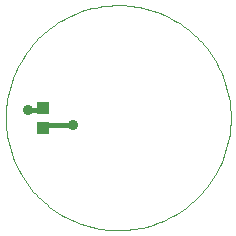
<source format=gtl>
G75*
%MOIN*%
%OFA0B0*%
%FSLAX24Y24*%
%IPPOS*%
%LPD*%
%AMOC8*
5,1,8,0,0,1.08239X$1,22.5*
%
%ADD10C,0.0010*%
%ADD11R,0.0394X0.0433*%
%ADD12C,0.0360*%
%ADD13C,0.0160*%
D10*
X000125Y003875D02*
X000127Y003997D01*
X000133Y004119D01*
X000143Y004241D01*
X000157Y004362D01*
X000175Y004483D01*
X000196Y004603D01*
X000222Y004722D01*
X000251Y004841D01*
X000285Y004958D01*
X000322Y005074D01*
X000363Y005189D01*
X000408Y005303D01*
X000456Y005415D01*
X000508Y005526D01*
X000563Y005634D01*
X000622Y005741D01*
X000685Y005846D01*
X000751Y005949D01*
X000820Y006049D01*
X000892Y006148D01*
X000968Y006244D01*
X001046Y006337D01*
X001128Y006428D01*
X001213Y006516D01*
X001300Y006601D01*
X001390Y006683D01*
X001483Y006763D01*
X001578Y006839D01*
X001676Y006912D01*
X001776Y006982D01*
X001878Y007049D01*
X001982Y007112D01*
X002089Y007172D01*
X002197Y007229D01*
X002307Y007281D01*
X002419Y007331D01*
X002532Y007376D01*
X002647Y007418D01*
X002763Y007456D01*
X002880Y007491D01*
X002998Y007521D01*
X003117Y007548D01*
X003237Y007570D01*
X003358Y007589D01*
X003479Y007604D01*
X003601Y007615D01*
X003722Y007622D01*
X003844Y007625D01*
X003967Y007624D01*
X004089Y007619D01*
X004210Y007610D01*
X004332Y007597D01*
X004453Y007580D01*
X004573Y007559D01*
X004692Y007535D01*
X004811Y007506D01*
X004929Y007474D01*
X005045Y007438D01*
X005161Y007398D01*
X005275Y007354D01*
X005387Y007307D01*
X005498Y007256D01*
X005607Y007201D01*
X005715Y007143D01*
X005820Y007081D01*
X005923Y007016D01*
X006025Y006948D01*
X006123Y006876D01*
X006220Y006801D01*
X006314Y006724D01*
X006405Y006643D01*
X006494Y006559D01*
X006580Y006472D01*
X006663Y006383D01*
X006743Y006291D01*
X006820Y006196D01*
X006894Y006099D01*
X006965Y005999D01*
X007033Y005898D01*
X007097Y005794D01*
X007158Y005688D01*
X007215Y005580D01*
X007269Y005471D01*
X007319Y005359D01*
X007365Y005246D01*
X007408Y005132D01*
X007447Y005016D01*
X007482Y004900D01*
X007514Y004782D01*
X007541Y004663D01*
X007565Y004543D01*
X007585Y004422D01*
X007601Y004301D01*
X007613Y004180D01*
X007621Y004058D01*
X007625Y003936D01*
X007625Y003814D01*
X007621Y003692D01*
X007613Y003570D01*
X007601Y003449D01*
X007585Y003328D01*
X007565Y003207D01*
X007541Y003087D01*
X007514Y002968D01*
X007482Y002850D01*
X007447Y002734D01*
X007408Y002618D01*
X007365Y002504D01*
X007319Y002391D01*
X007269Y002279D01*
X007215Y002170D01*
X007158Y002062D01*
X007097Y001956D01*
X007033Y001852D01*
X006965Y001751D01*
X006894Y001651D01*
X006820Y001554D01*
X006743Y001459D01*
X006663Y001367D01*
X006580Y001278D01*
X006494Y001191D01*
X006405Y001107D01*
X006314Y001026D01*
X006220Y000949D01*
X006123Y000874D01*
X006025Y000802D01*
X005923Y000734D01*
X005820Y000669D01*
X005715Y000607D01*
X005607Y000549D01*
X005498Y000494D01*
X005387Y000443D01*
X005275Y000396D01*
X005161Y000352D01*
X005045Y000312D01*
X004929Y000276D01*
X004811Y000244D01*
X004692Y000215D01*
X004573Y000191D01*
X004453Y000170D01*
X004332Y000153D01*
X004210Y000140D01*
X004089Y000131D01*
X003967Y000126D01*
X003844Y000125D01*
X003722Y000128D01*
X003601Y000135D01*
X003479Y000146D01*
X003358Y000161D01*
X003237Y000180D01*
X003117Y000202D01*
X002998Y000229D01*
X002880Y000259D01*
X002763Y000294D01*
X002647Y000332D01*
X002532Y000374D01*
X002419Y000419D01*
X002307Y000469D01*
X002197Y000521D01*
X002089Y000578D01*
X001982Y000638D01*
X001878Y000701D01*
X001776Y000768D01*
X001676Y000838D01*
X001578Y000911D01*
X001483Y000987D01*
X001390Y001067D01*
X001300Y001149D01*
X001213Y001234D01*
X001128Y001322D01*
X001046Y001413D01*
X000968Y001506D01*
X000892Y001602D01*
X000820Y001701D01*
X000751Y001801D01*
X000685Y001904D01*
X000622Y002009D01*
X000563Y002116D01*
X000508Y002224D01*
X000456Y002335D01*
X000408Y002447D01*
X000363Y002561D01*
X000322Y002676D01*
X000285Y002792D01*
X000251Y002909D01*
X000222Y003028D01*
X000196Y003147D01*
X000175Y003267D01*
X000157Y003388D01*
X000143Y003509D01*
X000133Y003631D01*
X000127Y003753D01*
X000125Y003875D01*
D11*
X001375Y003540D03*
X001375Y004210D03*
D12*
X000875Y004125D03*
X002375Y003625D03*
D13*
X001375Y003625D01*
X001375Y003540D01*
X001375Y004125D02*
X000875Y004125D01*
X001375Y004125D02*
X001375Y004210D01*
M02*

</source>
